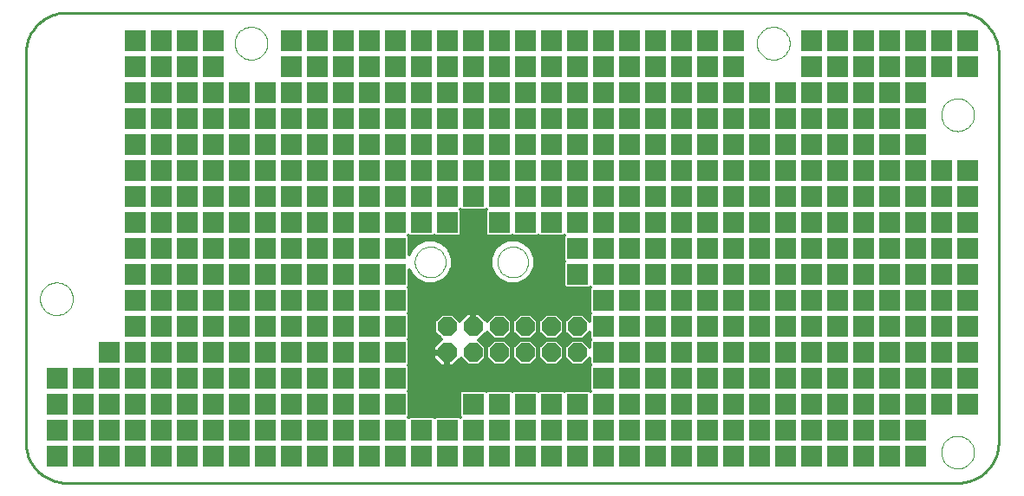
<source format=gbl>
G75*
%MOIN*%
%OFA0B0*%
%FSLAX24Y24*%
%IPPOS*%
%LPD*%
%AMOC8*
5,1,8,0,0,1.08239X$1,22.5*
%
%ADD10C,0.0100*%
%ADD11C,0.0000*%
%ADD12OC8,0.0740*%
%ADD13C,0.0120*%
%ADD14R,0.0827X0.0827*%
D10*
X002168Y020695D02*
X036420Y020695D01*
X036497Y020697D01*
X036574Y020703D01*
X036651Y020712D01*
X036727Y020725D01*
X036803Y020742D01*
X036877Y020763D01*
X036951Y020787D01*
X037023Y020815D01*
X037093Y020846D01*
X037162Y020881D01*
X037230Y020919D01*
X037295Y020960D01*
X037358Y021005D01*
X037419Y021053D01*
X037478Y021103D01*
X037534Y021156D01*
X037587Y021212D01*
X037637Y021271D01*
X037685Y021332D01*
X037730Y021395D01*
X037771Y021460D01*
X037809Y021528D01*
X037844Y021597D01*
X037875Y021667D01*
X037903Y021739D01*
X037927Y021813D01*
X037948Y021887D01*
X037965Y021963D01*
X037978Y022039D01*
X037987Y022116D01*
X037993Y022193D01*
X037995Y022270D01*
X037995Y037231D01*
X037993Y037308D01*
X037987Y037385D01*
X037978Y037462D01*
X037965Y037538D01*
X037948Y037614D01*
X037927Y037688D01*
X037903Y037762D01*
X037875Y037834D01*
X037844Y037904D01*
X037809Y037973D01*
X037771Y038041D01*
X037730Y038106D01*
X037685Y038169D01*
X037637Y038230D01*
X037587Y038289D01*
X037534Y038345D01*
X037478Y038398D01*
X037419Y038448D01*
X037358Y038496D01*
X037295Y038541D01*
X037230Y038582D01*
X037162Y038620D01*
X037093Y038655D01*
X037023Y038686D01*
X036951Y038714D01*
X036877Y038738D01*
X036803Y038759D01*
X036727Y038776D01*
X036651Y038789D01*
X036574Y038798D01*
X036497Y038804D01*
X036420Y038806D01*
X002168Y038806D01*
X002091Y038804D01*
X002014Y038798D01*
X001937Y038789D01*
X001861Y038776D01*
X001785Y038759D01*
X001711Y038738D01*
X001637Y038714D01*
X001565Y038686D01*
X001495Y038655D01*
X001426Y038620D01*
X001358Y038582D01*
X001293Y038541D01*
X001230Y038496D01*
X001169Y038448D01*
X001110Y038398D01*
X001054Y038345D01*
X001001Y038289D01*
X000951Y038230D01*
X000903Y038169D01*
X000858Y038106D01*
X000817Y038041D01*
X000779Y037973D01*
X000744Y037904D01*
X000713Y037834D01*
X000685Y037762D01*
X000661Y037688D01*
X000640Y037614D01*
X000623Y037538D01*
X000610Y037462D01*
X000601Y037385D01*
X000595Y037308D01*
X000593Y037231D01*
X000593Y022270D01*
X000595Y022193D01*
X000601Y022116D01*
X000610Y022039D01*
X000623Y021963D01*
X000640Y021887D01*
X000661Y021813D01*
X000685Y021739D01*
X000713Y021667D01*
X000744Y021597D01*
X000779Y021528D01*
X000817Y021460D01*
X000858Y021395D01*
X000903Y021332D01*
X000951Y021271D01*
X001001Y021212D01*
X001054Y021156D01*
X001110Y021103D01*
X001169Y021053D01*
X001230Y021005D01*
X001293Y020960D01*
X001358Y020919D01*
X001426Y020881D01*
X001495Y020846D01*
X001565Y020815D01*
X001637Y020787D01*
X001711Y020763D01*
X001785Y020742D01*
X001861Y020725D01*
X001937Y020712D01*
X002014Y020703D01*
X002091Y020697D01*
X002168Y020695D01*
D11*
X001144Y027782D02*
X001146Y027832D01*
X001152Y027882D01*
X001162Y027931D01*
X001176Y027979D01*
X001193Y028026D01*
X001214Y028071D01*
X001239Y028115D01*
X001267Y028156D01*
X001299Y028195D01*
X001333Y028232D01*
X001370Y028266D01*
X001410Y028296D01*
X001452Y028323D01*
X001496Y028347D01*
X001542Y028368D01*
X001589Y028384D01*
X001637Y028397D01*
X001687Y028406D01*
X001736Y028411D01*
X001787Y028412D01*
X001837Y028409D01*
X001886Y028402D01*
X001935Y028391D01*
X001983Y028376D01*
X002029Y028358D01*
X002074Y028336D01*
X002117Y028310D01*
X002158Y028281D01*
X002197Y028249D01*
X002233Y028214D01*
X002265Y028176D01*
X002295Y028136D01*
X002322Y028093D01*
X002345Y028049D01*
X002364Y028003D01*
X002380Y027955D01*
X002392Y027906D01*
X002400Y027857D01*
X002404Y027807D01*
X002404Y027757D01*
X002400Y027707D01*
X002392Y027658D01*
X002380Y027609D01*
X002364Y027561D01*
X002345Y027515D01*
X002322Y027471D01*
X002295Y027428D01*
X002265Y027388D01*
X002233Y027350D01*
X002197Y027315D01*
X002158Y027283D01*
X002117Y027254D01*
X002074Y027228D01*
X002029Y027206D01*
X001983Y027188D01*
X001935Y027173D01*
X001886Y027162D01*
X001837Y027155D01*
X001787Y027152D01*
X001736Y027153D01*
X001687Y027158D01*
X001637Y027167D01*
X001589Y027180D01*
X001542Y027196D01*
X001496Y027217D01*
X001452Y027241D01*
X001410Y027268D01*
X001370Y027298D01*
X001333Y027332D01*
X001299Y027369D01*
X001267Y027408D01*
X001239Y027449D01*
X001214Y027493D01*
X001193Y027538D01*
X001176Y027585D01*
X001162Y027633D01*
X001152Y027682D01*
X001146Y027732D01*
X001144Y027782D01*
X008624Y037624D02*
X008626Y037674D01*
X008632Y037724D01*
X008642Y037773D01*
X008656Y037821D01*
X008673Y037868D01*
X008694Y037913D01*
X008719Y037957D01*
X008747Y037998D01*
X008779Y038037D01*
X008813Y038074D01*
X008850Y038108D01*
X008890Y038138D01*
X008932Y038165D01*
X008976Y038189D01*
X009022Y038210D01*
X009069Y038226D01*
X009117Y038239D01*
X009167Y038248D01*
X009216Y038253D01*
X009267Y038254D01*
X009317Y038251D01*
X009366Y038244D01*
X009415Y038233D01*
X009463Y038218D01*
X009509Y038200D01*
X009554Y038178D01*
X009597Y038152D01*
X009638Y038123D01*
X009677Y038091D01*
X009713Y038056D01*
X009745Y038018D01*
X009775Y037978D01*
X009802Y037935D01*
X009825Y037891D01*
X009844Y037845D01*
X009860Y037797D01*
X009872Y037748D01*
X009880Y037699D01*
X009884Y037649D01*
X009884Y037599D01*
X009880Y037549D01*
X009872Y037500D01*
X009860Y037451D01*
X009844Y037403D01*
X009825Y037357D01*
X009802Y037313D01*
X009775Y037270D01*
X009745Y037230D01*
X009713Y037192D01*
X009677Y037157D01*
X009638Y037125D01*
X009597Y037096D01*
X009554Y037070D01*
X009509Y037048D01*
X009463Y037030D01*
X009415Y037015D01*
X009366Y037004D01*
X009317Y036997D01*
X009267Y036994D01*
X009216Y036995D01*
X009167Y037000D01*
X009117Y037009D01*
X009069Y037022D01*
X009022Y037038D01*
X008976Y037059D01*
X008932Y037083D01*
X008890Y037110D01*
X008850Y037140D01*
X008813Y037174D01*
X008779Y037211D01*
X008747Y037250D01*
X008719Y037291D01*
X008694Y037335D01*
X008673Y037380D01*
X008656Y037427D01*
X008642Y037475D01*
X008632Y037524D01*
X008626Y037574D01*
X008624Y037624D01*
X015553Y029199D02*
X015555Y029247D01*
X015561Y029295D01*
X015571Y029342D01*
X015584Y029388D01*
X015602Y029433D01*
X015622Y029477D01*
X015647Y029519D01*
X015675Y029558D01*
X015705Y029595D01*
X015739Y029629D01*
X015776Y029661D01*
X015814Y029690D01*
X015855Y029715D01*
X015898Y029737D01*
X015943Y029755D01*
X015989Y029769D01*
X016036Y029780D01*
X016084Y029787D01*
X016132Y029790D01*
X016180Y029789D01*
X016228Y029784D01*
X016276Y029775D01*
X016322Y029763D01*
X016367Y029746D01*
X016411Y029726D01*
X016453Y029703D01*
X016493Y029676D01*
X016531Y029646D01*
X016566Y029613D01*
X016598Y029577D01*
X016628Y029539D01*
X016654Y029498D01*
X016676Y029455D01*
X016696Y029411D01*
X016711Y029366D01*
X016723Y029319D01*
X016731Y029271D01*
X016735Y029223D01*
X016735Y029175D01*
X016731Y029127D01*
X016723Y029079D01*
X016711Y029032D01*
X016696Y028987D01*
X016676Y028943D01*
X016654Y028900D01*
X016628Y028859D01*
X016598Y028821D01*
X016566Y028785D01*
X016531Y028752D01*
X016493Y028722D01*
X016453Y028695D01*
X016411Y028672D01*
X016367Y028652D01*
X016322Y028635D01*
X016276Y028623D01*
X016228Y028614D01*
X016180Y028609D01*
X016132Y028608D01*
X016084Y028611D01*
X016036Y028618D01*
X015989Y028629D01*
X015943Y028643D01*
X015898Y028661D01*
X015855Y028683D01*
X015814Y028708D01*
X015776Y028737D01*
X015739Y028769D01*
X015705Y028803D01*
X015675Y028840D01*
X015647Y028879D01*
X015622Y028921D01*
X015602Y028965D01*
X015584Y029010D01*
X015571Y029056D01*
X015561Y029103D01*
X015555Y029151D01*
X015553Y029199D01*
X018730Y029199D02*
X018732Y029247D01*
X018738Y029295D01*
X018748Y029342D01*
X018761Y029388D01*
X018779Y029433D01*
X018799Y029477D01*
X018824Y029519D01*
X018852Y029558D01*
X018882Y029595D01*
X018916Y029629D01*
X018953Y029661D01*
X018991Y029690D01*
X019032Y029715D01*
X019075Y029737D01*
X019120Y029755D01*
X019166Y029769D01*
X019213Y029780D01*
X019261Y029787D01*
X019309Y029790D01*
X019357Y029789D01*
X019405Y029784D01*
X019453Y029775D01*
X019499Y029763D01*
X019544Y029746D01*
X019588Y029726D01*
X019630Y029703D01*
X019670Y029676D01*
X019708Y029646D01*
X019743Y029613D01*
X019775Y029577D01*
X019805Y029539D01*
X019831Y029498D01*
X019853Y029455D01*
X019873Y029411D01*
X019888Y029366D01*
X019900Y029319D01*
X019908Y029271D01*
X019912Y029223D01*
X019912Y029175D01*
X019908Y029127D01*
X019900Y029079D01*
X019888Y029032D01*
X019873Y028987D01*
X019853Y028943D01*
X019831Y028900D01*
X019805Y028859D01*
X019775Y028821D01*
X019743Y028785D01*
X019708Y028752D01*
X019670Y028722D01*
X019630Y028695D01*
X019588Y028672D01*
X019544Y028652D01*
X019499Y028635D01*
X019453Y028623D01*
X019405Y028614D01*
X019357Y028609D01*
X019309Y028608D01*
X019261Y028611D01*
X019213Y028618D01*
X019166Y028629D01*
X019120Y028643D01*
X019075Y028661D01*
X019032Y028683D01*
X018991Y028708D01*
X018953Y028737D01*
X018916Y028769D01*
X018882Y028803D01*
X018852Y028840D01*
X018824Y028879D01*
X018799Y028921D01*
X018779Y028965D01*
X018761Y029010D01*
X018748Y029056D01*
X018738Y029103D01*
X018732Y029151D01*
X018730Y029199D01*
X028703Y037624D02*
X028705Y037674D01*
X028711Y037724D01*
X028721Y037773D01*
X028735Y037821D01*
X028752Y037868D01*
X028773Y037913D01*
X028798Y037957D01*
X028826Y037998D01*
X028858Y038037D01*
X028892Y038074D01*
X028929Y038108D01*
X028969Y038138D01*
X029011Y038165D01*
X029055Y038189D01*
X029101Y038210D01*
X029148Y038226D01*
X029196Y038239D01*
X029246Y038248D01*
X029295Y038253D01*
X029346Y038254D01*
X029396Y038251D01*
X029445Y038244D01*
X029494Y038233D01*
X029542Y038218D01*
X029588Y038200D01*
X029633Y038178D01*
X029676Y038152D01*
X029717Y038123D01*
X029756Y038091D01*
X029792Y038056D01*
X029824Y038018D01*
X029854Y037978D01*
X029881Y037935D01*
X029904Y037891D01*
X029923Y037845D01*
X029939Y037797D01*
X029951Y037748D01*
X029959Y037699D01*
X029963Y037649D01*
X029963Y037599D01*
X029959Y037549D01*
X029951Y037500D01*
X029939Y037451D01*
X029923Y037403D01*
X029904Y037357D01*
X029881Y037313D01*
X029854Y037270D01*
X029824Y037230D01*
X029792Y037192D01*
X029756Y037157D01*
X029717Y037125D01*
X029676Y037096D01*
X029633Y037070D01*
X029588Y037048D01*
X029542Y037030D01*
X029494Y037015D01*
X029445Y037004D01*
X029396Y036997D01*
X029346Y036994D01*
X029295Y036995D01*
X029246Y037000D01*
X029196Y037009D01*
X029148Y037022D01*
X029101Y037038D01*
X029055Y037059D01*
X029011Y037083D01*
X028969Y037110D01*
X028929Y037140D01*
X028892Y037174D01*
X028858Y037211D01*
X028826Y037250D01*
X028798Y037291D01*
X028773Y037335D01*
X028752Y037380D01*
X028735Y037427D01*
X028721Y037475D01*
X028711Y037524D01*
X028705Y037574D01*
X028703Y037624D01*
X035790Y034869D02*
X035792Y034919D01*
X035798Y034969D01*
X035808Y035018D01*
X035822Y035066D01*
X035839Y035113D01*
X035860Y035158D01*
X035885Y035202D01*
X035913Y035243D01*
X035945Y035282D01*
X035979Y035319D01*
X036016Y035353D01*
X036056Y035383D01*
X036098Y035410D01*
X036142Y035434D01*
X036188Y035455D01*
X036235Y035471D01*
X036283Y035484D01*
X036333Y035493D01*
X036382Y035498D01*
X036433Y035499D01*
X036483Y035496D01*
X036532Y035489D01*
X036581Y035478D01*
X036629Y035463D01*
X036675Y035445D01*
X036720Y035423D01*
X036763Y035397D01*
X036804Y035368D01*
X036843Y035336D01*
X036879Y035301D01*
X036911Y035263D01*
X036941Y035223D01*
X036968Y035180D01*
X036991Y035136D01*
X037010Y035090D01*
X037026Y035042D01*
X037038Y034993D01*
X037046Y034944D01*
X037050Y034894D01*
X037050Y034844D01*
X037046Y034794D01*
X037038Y034745D01*
X037026Y034696D01*
X037010Y034648D01*
X036991Y034602D01*
X036968Y034558D01*
X036941Y034515D01*
X036911Y034475D01*
X036879Y034437D01*
X036843Y034402D01*
X036804Y034370D01*
X036763Y034341D01*
X036720Y034315D01*
X036675Y034293D01*
X036629Y034275D01*
X036581Y034260D01*
X036532Y034249D01*
X036483Y034242D01*
X036433Y034239D01*
X036382Y034240D01*
X036333Y034245D01*
X036283Y034254D01*
X036235Y034267D01*
X036188Y034283D01*
X036142Y034304D01*
X036098Y034328D01*
X036056Y034355D01*
X036016Y034385D01*
X035979Y034419D01*
X035945Y034456D01*
X035913Y034495D01*
X035885Y034536D01*
X035860Y034580D01*
X035839Y034625D01*
X035822Y034672D01*
X035808Y034720D01*
X035798Y034769D01*
X035792Y034819D01*
X035790Y034869D01*
X035790Y021876D02*
X035792Y021926D01*
X035798Y021976D01*
X035808Y022025D01*
X035822Y022073D01*
X035839Y022120D01*
X035860Y022165D01*
X035885Y022209D01*
X035913Y022250D01*
X035945Y022289D01*
X035979Y022326D01*
X036016Y022360D01*
X036056Y022390D01*
X036098Y022417D01*
X036142Y022441D01*
X036188Y022462D01*
X036235Y022478D01*
X036283Y022491D01*
X036333Y022500D01*
X036382Y022505D01*
X036433Y022506D01*
X036483Y022503D01*
X036532Y022496D01*
X036581Y022485D01*
X036629Y022470D01*
X036675Y022452D01*
X036720Y022430D01*
X036763Y022404D01*
X036804Y022375D01*
X036843Y022343D01*
X036879Y022308D01*
X036911Y022270D01*
X036941Y022230D01*
X036968Y022187D01*
X036991Y022143D01*
X037010Y022097D01*
X037026Y022049D01*
X037038Y022000D01*
X037046Y021951D01*
X037050Y021901D01*
X037050Y021851D01*
X037046Y021801D01*
X037038Y021752D01*
X037026Y021703D01*
X037010Y021655D01*
X036991Y021609D01*
X036968Y021565D01*
X036941Y021522D01*
X036911Y021482D01*
X036879Y021444D01*
X036843Y021409D01*
X036804Y021377D01*
X036763Y021348D01*
X036720Y021322D01*
X036675Y021300D01*
X036629Y021282D01*
X036581Y021267D01*
X036532Y021256D01*
X036483Y021249D01*
X036433Y021246D01*
X036382Y021247D01*
X036333Y021252D01*
X036283Y021261D01*
X036235Y021274D01*
X036188Y021290D01*
X036142Y021311D01*
X036098Y021335D01*
X036056Y021362D01*
X036016Y021392D01*
X035979Y021426D01*
X035945Y021463D01*
X035913Y021502D01*
X035885Y021543D01*
X035860Y021587D01*
X035839Y021632D01*
X035822Y021679D01*
X035808Y021727D01*
X035798Y021776D01*
X035792Y021826D01*
X035790Y021876D01*
D12*
X021794Y025707D03*
X021794Y026707D03*
X020794Y026707D03*
X020794Y025707D03*
X019794Y025707D03*
X019794Y026707D03*
X018794Y026707D03*
X018794Y025707D03*
X017794Y025707D03*
X017794Y026707D03*
X016794Y026707D03*
X016794Y025707D03*
D13*
X016754Y025723D02*
X015347Y025723D01*
X015347Y025605D02*
X016264Y025605D01*
X016264Y025667D02*
X016264Y025488D01*
X016574Y025177D01*
X016754Y025177D01*
X016754Y025667D01*
X016834Y025667D01*
X016834Y025177D01*
X017013Y025177D01*
X017322Y025486D01*
X017591Y025217D01*
X017997Y025217D01*
X018284Y025504D01*
X018284Y025910D01*
X018015Y026179D01*
X018322Y026486D01*
X018591Y026217D01*
X018997Y026217D01*
X019284Y026504D01*
X019284Y026910D01*
X018997Y027197D01*
X018591Y027197D01*
X018322Y026928D01*
X018013Y027237D01*
X017834Y027237D01*
X017834Y026747D01*
X017754Y026747D01*
X017754Y027237D01*
X017574Y027237D01*
X017266Y026928D01*
X016997Y027197D01*
X016591Y027197D01*
X016304Y026910D01*
X016304Y026504D01*
X016573Y026235D01*
X016264Y025927D01*
X016264Y025747D01*
X016754Y025747D01*
X016754Y025667D01*
X016264Y025667D01*
X016264Y025842D02*
X015347Y025842D01*
X015347Y025960D02*
X016297Y025960D01*
X016416Y026079D02*
X015347Y026079D01*
X015347Y026186D02*
X015347Y025260D01*
X015310Y025223D01*
X015347Y025186D01*
X015347Y024260D01*
X015310Y024223D01*
X015347Y024186D01*
X015347Y023260D01*
X015310Y023223D01*
X015314Y023219D01*
X015350Y023256D01*
X016277Y023256D01*
X016314Y023219D01*
X016350Y023256D01*
X017277Y023256D01*
X017314Y023219D01*
X017317Y023223D01*
X017280Y023260D01*
X017280Y024186D01*
X017350Y024256D01*
X018277Y024256D01*
X018314Y024219D01*
X018350Y024256D01*
X019277Y024256D01*
X019314Y024219D01*
X019350Y024256D01*
X020277Y024256D01*
X020314Y024219D01*
X020350Y024256D01*
X021277Y024256D01*
X021314Y024219D01*
X021350Y024256D01*
X022277Y024256D01*
X022314Y024219D01*
X022317Y024223D01*
X022280Y024260D01*
X022280Y025186D01*
X022317Y025223D01*
X022280Y025260D01*
X022280Y025501D01*
X021997Y025217D01*
X021591Y025217D01*
X021304Y025504D01*
X021304Y025910D01*
X021591Y026197D01*
X021997Y026197D01*
X022291Y026197D01*
X022280Y026186D02*
X022280Y025914D01*
X021997Y026197D01*
X021997Y026217D02*
X022280Y026501D01*
X022280Y026260D01*
X022317Y026223D01*
X022280Y026186D01*
X022280Y026079D02*
X022115Y026079D01*
X022234Y025960D02*
X022280Y025960D01*
X022280Y026316D02*
X022095Y026316D01*
X021997Y026217D02*
X021591Y026217D01*
X021304Y026504D01*
X021304Y026910D01*
X021591Y027197D01*
X021997Y027197D01*
X022280Y026914D01*
X022280Y027186D01*
X022317Y027223D01*
X022280Y027260D01*
X022280Y028186D01*
X022317Y028223D01*
X022314Y028226D01*
X022277Y028190D01*
X021350Y028190D01*
X021280Y028260D01*
X021280Y029186D01*
X021317Y029223D01*
X021280Y029260D01*
X021280Y030186D01*
X021317Y030223D01*
X021314Y030226D01*
X021313Y030226D01*
X021314Y030226D02*
X021277Y030190D01*
X020350Y030190D01*
X020314Y030226D01*
X020313Y030226D01*
X020314Y030226D02*
X020277Y030190D01*
X019350Y030190D01*
X019314Y030226D01*
X019313Y030226D01*
X019314Y030226D02*
X019277Y030190D01*
X018350Y030190D01*
X018280Y030260D01*
X018280Y031186D01*
X018317Y031223D01*
X018314Y031226D01*
X018277Y031190D01*
X017350Y031190D01*
X017314Y031226D01*
X017310Y031223D01*
X017347Y031186D01*
X017347Y030260D01*
X017277Y030190D01*
X016350Y030190D01*
X016314Y030226D01*
X016313Y030226D01*
X016314Y030226D02*
X016277Y030190D01*
X015350Y030190D01*
X015314Y030226D01*
X015313Y030226D01*
X015314Y030226D02*
X015310Y030223D01*
X015347Y030186D01*
X015347Y029497D01*
X015423Y029681D01*
X015662Y029920D01*
X015975Y030050D01*
X016313Y030050D01*
X016626Y029920D01*
X016865Y029681D01*
X016995Y029368D01*
X016995Y029030D01*
X016865Y028717D01*
X016626Y028478D01*
X016313Y028349D01*
X015975Y028349D01*
X015662Y028478D01*
X015423Y028717D01*
X015347Y028902D01*
X015347Y028260D01*
X015310Y028223D01*
X015347Y028186D01*
X015347Y027260D01*
X015310Y027223D01*
X015347Y027186D01*
X015347Y026260D01*
X015310Y026223D01*
X015347Y026186D01*
X015336Y026197D02*
X016534Y026197D01*
X016492Y026316D02*
X015347Y026316D01*
X015347Y026434D02*
X016374Y026434D01*
X016304Y026553D02*
X015347Y026553D01*
X015347Y026671D02*
X016304Y026671D01*
X016304Y026790D02*
X015347Y026790D01*
X015347Y026908D02*
X016304Y026908D01*
X016420Y027027D02*
X015347Y027027D01*
X015347Y027145D02*
X016539Y027145D01*
X017049Y027145D02*
X017482Y027145D01*
X017364Y027027D02*
X017167Y027027D01*
X017754Y027027D02*
X017834Y027027D01*
X017834Y027145D02*
X017754Y027145D01*
X017754Y026908D02*
X017834Y026908D01*
X017834Y026790D02*
X017754Y026790D01*
X018105Y027145D02*
X018539Y027145D01*
X018420Y027027D02*
X018224Y027027D01*
X018270Y026434D02*
X018374Y026434D01*
X018492Y026316D02*
X018152Y026316D01*
X018033Y026197D02*
X018591Y026197D01*
X018304Y025910D01*
X018304Y025504D01*
X018591Y025217D01*
X018997Y025217D01*
X019284Y025504D01*
X019284Y025910D01*
X018997Y026197D01*
X019591Y026197D01*
X019304Y025910D01*
X019304Y025504D01*
X019591Y025217D01*
X019997Y025217D01*
X020284Y025504D01*
X020284Y025910D01*
X019997Y026197D01*
X020591Y026197D01*
X020304Y025910D01*
X020304Y025504D01*
X020591Y025217D01*
X020997Y025217D01*
X021284Y025504D01*
X021284Y025910D01*
X020997Y026197D01*
X021591Y026197D01*
X021492Y026316D02*
X021095Y026316D01*
X020997Y026217D02*
X021284Y026504D01*
X021284Y026910D01*
X020997Y027197D01*
X020591Y027197D01*
X020304Y026910D01*
X020304Y026504D01*
X020591Y026217D01*
X020997Y026217D01*
X020997Y026197D02*
X020591Y026197D01*
X020492Y026316D02*
X020095Y026316D01*
X019997Y026217D02*
X020284Y026504D01*
X020284Y026910D01*
X019997Y027197D01*
X019591Y027197D01*
X019304Y026910D01*
X019304Y026504D01*
X019591Y026217D01*
X019997Y026217D01*
X019997Y026197D02*
X019591Y026197D01*
X019492Y026316D02*
X019095Y026316D01*
X018997Y026197D02*
X018591Y026197D01*
X018472Y026079D02*
X018115Y026079D01*
X018234Y025960D02*
X018354Y025960D01*
X018304Y025842D02*
X018284Y025842D01*
X018284Y025723D02*
X018304Y025723D01*
X018304Y025605D02*
X018284Y025605D01*
X018266Y025486D02*
X018322Y025486D01*
X018440Y025368D02*
X018147Y025368D01*
X018029Y025249D02*
X018559Y025249D01*
X019029Y025249D02*
X019559Y025249D01*
X019440Y025368D02*
X019147Y025368D01*
X019266Y025486D02*
X019322Y025486D01*
X019304Y025605D02*
X019284Y025605D01*
X019284Y025723D02*
X019304Y025723D01*
X019304Y025842D02*
X019284Y025842D01*
X019234Y025960D02*
X019354Y025960D01*
X019472Y026079D02*
X019115Y026079D01*
X019214Y026434D02*
X019374Y026434D01*
X019304Y026553D02*
X019284Y026553D01*
X019284Y026671D02*
X019304Y026671D01*
X019304Y026790D02*
X019284Y026790D01*
X019284Y026908D02*
X019304Y026908D01*
X019420Y027027D02*
X019167Y027027D01*
X019049Y027145D02*
X019539Y027145D01*
X020049Y027145D02*
X020539Y027145D01*
X020420Y027027D02*
X020167Y027027D01*
X020284Y026908D02*
X020304Y026908D01*
X020304Y026790D02*
X020284Y026790D01*
X020284Y026671D02*
X020304Y026671D01*
X020304Y026553D02*
X020284Y026553D01*
X020214Y026434D02*
X020374Y026434D01*
X020472Y026079D02*
X020115Y026079D01*
X020234Y025960D02*
X020354Y025960D01*
X020304Y025842D02*
X020284Y025842D01*
X020284Y025723D02*
X020304Y025723D01*
X020304Y025605D02*
X020284Y025605D01*
X020266Y025486D02*
X020322Y025486D01*
X020440Y025368D02*
X020147Y025368D01*
X020029Y025249D02*
X020559Y025249D01*
X021029Y025249D02*
X021559Y025249D01*
X021440Y025368D02*
X021147Y025368D01*
X021266Y025486D02*
X021322Y025486D01*
X021304Y025605D02*
X021284Y025605D01*
X021284Y025723D02*
X021304Y025723D01*
X021304Y025842D02*
X021284Y025842D01*
X021234Y025960D02*
X021354Y025960D01*
X021472Y026079D02*
X021115Y026079D01*
X021214Y026434D02*
X021374Y026434D01*
X021304Y026553D02*
X021284Y026553D01*
X021284Y026671D02*
X021304Y026671D01*
X021304Y026790D02*
X021284Y026790D01*
X021284Y026908D02*
X021304Y026908D01*
X021420Y027027D02*
X021167Y027027D01*
X021049Y027145D02*
X021539Y027145D01*
X022049Y027145D02*
X022280Y027145D01*
X022280Y027027D02*
X022167Y027027D01*
X022280Y027264D02*
X015347Y027264D01*
X015347Y027382D02*
X022280Y027382D01*
X022280Y027501D02*
X015347Y027501D01*
X015347Y027619D02*
X022280Y027619D01*
X022280Y027738D02*
X015347Y027738D01*
X015347Y027856D02*
X022280Y027856D01*
X022280Y027975D02*
X015347Y027975D01*
X015347Y028093D02*
X022280Y028093D01*
X022299Y028212D02*
X022306Y028212D01*
X021328Y028212D02*
X015321Y028212D01*
X015347Y028330D02*
X021280Y028330D01*
X021280Y028449D02*
X019732Y028449D01*
X019803Y028478D02*
X020042Y028717D01*
X020172Y029030D01*
X020172Y029368D01*
X020042Y029681D01*
X019803Y029920D01*
X019491Y030050D01*
X019152Y030050D01*
X018840Y029920D01*
X018600Y029681D01*
X018471Y029368D01*
X018471Y029030D01*
X018600Y028717D01*
X018840Y028478D01*
X019152Y028349D01*
X019491Y028349D01*
X019803Y028478D01*
X019892Y028567D02*
X021280Y028567D01*
X021280Y028686D02*
X020011Y028686D01*
X020078Y028804D02*
X021280Y028804D01*
X021280Y028923D02*
X020127Y028923D01*
X020172Y029041D02*
X021280Y029041D01*
X021280Y029160D02*
X020172Y029160D01*
X020172Y029278D02*
X021280Y029278D01*
X021280Y029397D02*
X020160Y029397D01*
X020111Y029515D02*
X021280Y029515D01*
X021280Y029634D02*
X020062Y029634D01*
X019971Y029752D02*
X021280Y029752D01*
X021280Y029871D02*
X019853Y029871D01*
X019637Y029989D02*
X021280Y029989D01*
X021280Y030108D02*
X015347Y030108D01*
X015347Y029989D02*
X015828Y029989D01*
X015613Y029871D02*
X015347Y029871D01*
X015347Y029752D02*
X015494Y029752D01*
X015404Y029634D02*
X015347Y029634D01*
X015347Y029515D02*
X015354Y029515D01*
X015347Y028804D02*
X015387Y028804D01*
X015347Y028686D02*
X015455Y028686D01*
X015347Y028567D02*
X015574Y028567D01*
X015734Y028449D02*
X015347Y028449D01*
X016554Y028449D02*
X018911Y028449D01*
X018751Y028567D02*
X016715Y028567D01*
X016833Y028686D02*
X018632Y028686D01*
X018564Y028804D02*
X016901Y028804D01*
X016950Y028923D02*
X018515Y028923D01*
X018471Y029041D02*
X016995Y029041D01*
X016995Y029160D02*
X018471Y029160D01*
X018471Y029278D02*
X016995Y029278D01*
X016983Y029397D02*
X018483Y029397D01*
X018532Y029515D02*
X016934Y029515D01*
X016885Y029634D02*
X018581Y029634D01*
X018671Y029752D02*
X016794Y029752D01*
X016676Y029871D02*
X018790Y029871D01*
X019006Y029989D02*
X016460Y029989D01*
X017313Y030226D02*
X018314Y030226D01*
X018280Y030345D02*
X017347Y030345D01*
X017347Y030463D02*
X018280Y030463D01*
X018280Y030582D02*
X017347Y030582D01*
X017347Y030700D02*
X018280Y030700D01*
X018280Y030819D02*
X017347Y030819D01*
X017347Y030937D02*
X018280Y030937D01*
X018280Y031056D02*
X017347Y031056D01*
X017347Y031174D02*
X018280Y031174D01*
X022214Y026434D02*
X022280Y026434D01*
X022266Y025486D02*
X022280Y025486D01*
X022280Y025368D02*
X022147Y025368D01*
X022029Y025249D02*
X022291Y025249D01*
X022280Y025131D02*
X015347Y025131D01*
X015336Y025249D02*
X016502Y025249D01*
X016384Y025368D02*
X015347Y025368D01*
X015347Y025486D02*
X016265Y025486D01*
X016754Y025486D02*
X016834Y025486D01*
X016834Y025368D02*
X016754Y025368D01*
X016754Y025249D02*
X016834Y025249D01*
X017085Y025249D02*
X017559Y025249D01*
X017440Y025368D02*
X017204Y025368D01*
X016834Y025605D02*
X016754Y025605D01*
X017280Y024183D02*
X015347Y024183D01*
X015347Y024301D02*
X022280Y024301D01*
X022280Y024420D02*
X015347Y024420D01*
X015347Y024538D02*
X022280Y024538D01*
X022280Y024657D02*
X015347Y024657D01*
X015347Y024775D02*
X022280Y024775D01*
X022280Y024894D02*
X015347Y024894D01*
X015347Y025012D02*
X022280Y025012D01*
X017280Y024064D02*
X015347Y024064D01*
X015347Y023946D02*
X017280Y023946D01*
X017280Y023827D02*
X015347Y023827D01*
X015347Y023709D02*
X017280Y023709D01*
X017280Y023590D02*
X015347Y023590D01*
X015347Y023472D02*
X017280Y023472D01*
X017280Y023353D02*
X015347Y023353D01*
X015329Y023235D02*
X015322Y023235D01*
X016298Y023235D02*
X016329Y023235D01*
X017298Y023235D02*
X017305Y023235D01*
D14*
X016814Y023723D03*
X016814Y022723D03*
X016814Y021723D03*
X017814Y021723D03*
X018814Y021723D03*
X018814Y022723D03*
X018814Y023723D03*
X017814Y023723D03*
X017814Y022723D03*
X019814Y022723D03*
X020814Y022723D03*
X020814Y023723D03*
X019814Y023723D03*
X019814Y021723D03*
X020814Y021723D03*
X021814Y021723D03*
X021814Y022723D03*
X021814Y023723D03*
X022814Y023723D03*
X023814Y023723D03*
X023814Y024723D03*
X023814Y025723D03*
X023814Y026723D03*
X023814Y027723D03*
X023814Y028723D03*
X023814Y029723D03*
X023814Y030723D03*
X023814Y031723D03*
X023814Y032723D03*
X023814Y033723D03*
X023814Y034723D03*
X023814Y035723D03*
X023814Y036723D03*
X023814Y037723D03*
X022814Y037723D03*
X022814Y036723D03*
X022814Y035723D03*
X022814Y034723D03*
X022814Y033723D03*
X022814Y032723D03*
X022814Y031723D03*
X022814Y030723D03*
X022814Y029723D03*
X022814Y028723D03*
X022814Y027723D03*
X022814Y026723D03*
X022814Y025723D03*
X022814Y024723D03*
X022814Y022723D03*
X023814Y022723D03*
X023814Y021723D03*
X022814Y021723D03*
X024814Y021723D03*
X025814Y021723D03*
X025814Y022723D03*
X025814Y023723D03*
X025814Y024723D03*
X025814Y025723D03*
X025814Y026723D03*
X025814Y027723D03*
X025814Y028723D03*
X025814Y029723D03*
X025814Y030723D03*
X025814Y031723D03*
X025814Y032723D03*
X025814Y033723D03*
X025814Y034723D03*
X025814Y035723D03*
X025814Y036723D03*
X025814Y037723D03*
X024814Y037723D03*
X024814Y036723D03*
X024814Y035723D03*
X024814Y034723D03*
X024814Y033723D03*
X024814Y032723D03*
X024814Y031723D03*
X024814Y030723D03*
X024814Y029723D03*
X024814Y028723D03*
X024814Y027723D03*
X024814Y026723D03*
X024814Y025723D03*
X024814Y024723D03*
X024814Y023723D03*
X024814Y022723D03*
X026814Y022723D03*
X026814Y023723D03*
X026814Y024723D03*
X026814Y025723D03*
X026814Y026723D03*
X026814Y027723D03*
X026814Y028723D03*
X026814Y029723D03*
X026814Y030723D03*
X026814Y031723D03*
X026814Y032723D03*
X026814Y033723D03*
X026814Y034723D03*
X026814Y035723D03*
X026814Y036723D03*
X026814Y037723D03*
X027814Y037723D03*
X027814Y036723D03*
X027814Y035723D03*
X028814Y035723D03*
X028814Y034723D03*
X028814Y033723D03*
X028814Y032723D03*
X028814Y031723D03*
X028814Y030723D03*
X028814Y029723D03*
X028814Y028723D03*
X028814Y027723D03*
X028814Y026723D03*
X028814Y025723D03*
X028814Y024723D03*
X028814Y023723D03*
X028814Y022723D03*
X028814Y021723D03*
X027814Y021723D03*
X027814Y022723D03*
X027814Y023723D03*
X027814Y024723D03*
X027814Y025723D03*
X027814Y026723D03*
X027814Y027723D03*
X027814Y028723D03*
X027814Y029723D03*
X027814Y030723D03*
X027814Y031723D03*
X027814Y032723D03*
X027814Y033723D03*
X027814Y034723D03*
X029814Y034723D03*
X030814Y034723D03*
X030814Y035723D03*
X030814Y036723D03*
X030814Y037723D03*
X031814Y037723D03*
X031814Y036723D03*
X031814Y035723D03*
X031814Y034723D03*
X031814Y033723D03*
X031814Y032723D03*
X031814Y031723D03*
X031814Y030723D03*
X031814Y029723D03*
X031814Y028723D03*
X031814Y027723D03*
X031814Y026723D03*
X031814Y025723D03*
X031814Y024723D03*
X031814Y023723D03*
X031814Y022723D03*
X031814Y021723D03*
X032814Y021723D03*
X033814Y021723D03*
X033814Y022723D03*
X033814Y023723D03*
X033814Y024723D03*
X033814Y025723D03*
X033814Y026723D03*
X033814Y027723D03*
X033814Y028723D03*
X033814Y029723D03*
X033814Y030723D03*
X033814Y031723D03*
X033814Y032723D03*
X033814Y033723D03*
X033814Y034723D03*
X033814Y035723D03*
X033814Y036723D03*
X033814Y037723D03*
X032814Y037723D03*
X032814Y036723D03*
X032814Y035723D03*
X032814Y034723D03*
X032814Y033723D03*
X032814Y032723D03*
X032814Y031723D03*
X032814Y030723D03*
X032814Y029723D03*
X032814Y028723D03*
X032814Y027723D03*
X032814Y026723D03*
X032814Y025723D03*
X032814Y024723D03*
X032814Y023723D03*
X032814Y022723D03*
X034814Y022723D03*
X034814Y023723D03*
X035814Y023723D03*
X035814Y024723D03*
X035814Y025723D03*
X035814Y026723D03*
X035814Y027723D03*
X035814Y028723D03*
X035814Y029723D03*
X035814Y030723D03*
X035814Y031723D03*
X035814Y032723D03*
X034814Y032723D03*
X034814Y033723D03*
X034814Y034723D03*
X034814Y035723D03*
X034814Y036723D03*
X035814Y036723D03*
X035814Y037723D03*
X034814Y037723D03*
X036814Y037723D03*
X036814Y036723D03*
X036814Y032723D03*
X036814Y031723D03*
X036814Y030723D03*
X036814Y029723D03*
X036814Y028723D03*
X036814Y027723D03*
X036814Y026723D03*
X036814Y025723D03*
X036814Y024723D03*
X036814Y023723D03*
X034814Y024723D03*
X034814Y025723D03*
X034814Y026723D03*
X034814Y027723D03*
X034814Y028723D03*
X034814Y029723D03*
X034814Y030723D03*
X034814Y031723D03*
X030814Y031723D03*
X030814Y032723D03*
X030814Y033723D03*
X029814Y033723D03*
X029814Y032723D03*
X029814Y031723D03*
X029814Y030723D03*
X030814Y030723D03*
X030814Y029723D03*
X030814Y028723D03*
X030814Y027723D03*
X030814Y026723D03*
X030814Y025723D03*
X030814Y024723D03*
X030814Y023723D03*
X030814Y022723D03*
X030814Y021723D03*
X029814Y021723D03*
X029814Y022723D03*
X029814Y023723D03*
X029814Y024723D03*
X029814Y025723D03*
X029814Y026723D03*
X029814Y027723D03*
X029814Y028723D03*
X029814Y029723D03*
X029814Y035723D03*
X021814Y035723D03*
X021814Y036723D03*
X021814Y037723D03*
X020814Y037723D03*
X020814Y036723D03*
X020814Y035723D03*
X020814Y034723D03*
X020814Y033723D03*
X020814Y032723D03*
X020814Y031723D03*
X020814Y030723D03*
X019814Y030723D03*
X019814Y031723D03*
X019814Y032723D03*
X019814Y033723D03*
X019814Y034723D03*
X019814Y035723D03*
X019814Y036723D03*
X019814Y037723D03*
X018814Y037723D03*
X018814Y036723D03*
X018814Y035723D03*
X018814Y034723D03*
X018814Y033723D03*
X018814Y032723D03*
X018814Y031723D03*
X018814Y030723D03*
X017814Y030723D03*
X017814Y031723D03*
X017814Y032723D03*
X017814Y033723D03*
X017814Y034723D03*
X017814Y035723D03*
X017814Y036723D03*
X017814Y037723D03*
X016814Y037723D03*
X016814Y036723D03*
X016814Y035723D03*
X016814Y034723D03*
X016814Y033723D03*
X016814Y032723D03*
X016814Y031723D03*
X016814Y030723D03*
X015814Y030723D03*
X015814Y031723D03*
X015814Y032723D03*
X015814Y033723D03*
X015814Y034723D03*
X015814Y035723D03*
X015814Y036723D03*
X015814Y037723D03*
X014814Y037723D03*
X014814Y036723D03*
X014814Y035723D03*
X014814Y034723D03*
X014814Y033723D03*
X014814Y032723D03*
X014814Y031723D03*
X014814Y030723D03*
X014814Y029723D03*
X014814Y028723D03*
X014814Y027723D03*
X014814Y026723D03*
X014814Y025723D03*
X014814Y024723D03*
X014814Y023723D03*
X015814Y023723D03*
X015814Y022723D03*
X015814Y021723D03*
X014814Y021723D03*
X014814Y022723D03*
X013814Y022723D03*
X013814Y023723D03*
X013814Y024723D03*
X013814Y025723D03*
X013814Y026723D03*
X013814Y027723D03*
X013814Y028723D03*
X013814Y029723D03*
X013814Y030723D03*
X013814Y031723D03*
X013814Y032723D03*
X013814Y033723D03*
X013814Y034723D03*
X013814Y035723D03*
X013814Y036723D03*
X013814Y037723D03*
X012814Y037723D03*
X012814Y036723D03*
X012814Y035723D03*
X012814Y034723D03*
X012814Y033723D03*
X012814Y032723D03*
X012814Y031723D03*
X012814Y030723D03*
X012814Y029723D03*
X012814Y028723D03*
X012814Y027723D03*
X012814Y026723D03*
X012814Y025723D03*
X012814Y024723D03*
X012814Y023723D03*
X012814Y022723D03*
X012814Y021723D03*
X013814Y021723D03*
X011814Y021723D03*
X011814Y022723D03*
X011814Y023723D03*
X011814Y024723D03*
X011814Y025723D03*
X011814Y026723D03*
X011814Y027723D03*
X011814Y028723D03*
X011814Y029723D03*
X011814Y030723D03*
X011814Y031723D03*
X011814Y032723D03*
X011814Y033723D03*
X011814Y034723D03*
X011814Y035723D03*
X011814Y036723D03*
X011814Y037723D03*
X010814Y037723D03*
X010814Y036723D03*
X010814Y035723D03*
X010814Y034723D03*
X010814Y033723D03*
X010814Y032723D03*
X010814Y031723D03*
X010814Y030723D03*
X010814Y029723D03*
X010814Y028723D03*
X010814Y027723D03*
X010814Y026723D03*
X010814Y025723D03*
X010814Y024723D03*
X010814Y023723D03*
X010814Y022723D03*
X010814Y021723D03*
X009814Y021723D03*
X009814Y022723D03*
X009814Y023723D03*
X009814Y024723D03*
X009814Y025723D03*
X009814Y026723D03*
X009814Y027723D03*
X009814Y028723D03*
X009814Y029723D03*
X009814Y030723D03*
X009814Y031723D03*
X009814Y032723D03*
X009814Y033723D03*
X009814Y034723D03*
X009814Y035723D03*
X008814Y035723D03*
X008814Y034723D03*
X008814Y033723D03*
X008814Y032723D03*
X008814Y031723D03*
X008814Y030723D03*
X008814Y029723D03*
X008814Y028723D03*
X008814Y027723D03*
X008814Y026723D03*
X008814Y025723D03*
X008814Y024723D03*
X008814Y023723D03*
X008814Y022723D03*
X008814Y021723D03*
X007814Y021723D03*
X007814Y022723D03*
X007814Y023723D03*
X007814Y024723D03*
X007814Y025723D03*
X007814Y026723D03*
X007814Y027723D03*
X007814Y028723D03*
X007814Y029723D03*
X007814Y030723D03*
X007814Y031723D03*
X007814Y032723D03*
X007814Y033723D03*
X007814Y034723D03*
X007814Y035723D03*
X007814Y036723D03*
X007814Y037723D03*
X006814Y037723D03*
X006814Y036723D03*
X006814Y035723D03*
X006814Y034723D03*
X006814Y033723D03*
X006814Y032723D03*
X006814Y031723D03*
X006814Y030723D03*
X006814Y029723D03*
X006814Y028723D03*
X006814Y027723D03*
X006814Y026723D03*
X006814Y025723D03*
X006814Y024723D03*
X006814Y023723D03*
X006814Y022723D03*
X006814Y021723D03*
X005814Y021723D03*
X005814Y022723D03*
X005814Y023723D03*
X005814Y024723D03*
X005814Y025723D03*
X005814Y026723D03*
X005814Y027723D03*
X005814Y028723D03*
X005814Y029723D03*
X005814Y030723D03*
X005814Y031723D03*
X005814Y032723D03*
X005814Y033723D03*
X005814Y034723D03*
X005814Y035723D03*
X005814Y036723D03*
X005814Y037723D03*
X004814Y037723D03*
X004814Y036723D03*
X004814Y035723D03*
X004814Y034723D03*
X004814Y033723D03*
X004814Y032723D03*
X004814Y031723D03*
X004814Y030723D03*
X004814Y029723D03*
X004814Y028723D03*
X004814Y027723D03*
X004814Y026723D03*
X004814Y025723D03*
X004814Y024723D03*
X004814Y023723D03*
X004814Y022723D03*
X004814Y021723D03*
X003814Y021723D03*
X003814Y022723D03*
X003814Y023723D03*
X003814Y024723D03*
X003814Y025723D03*
X002814Y024723D03*
X002814Y023723D03*
X002814Y022723D03*
X002814Y021723D03*
X001814Y021723D03*
X001814Y022723D03*
X001814Y023723D03*
X001814Y024723D03*
X021814Y028723D03*
X021814Y029723D03*
X021814Y030723D03*
X021814Y031723D03*
X021814Y032723D03*
X021814Y033723D03*
X021814Y034723D03*
X026814Y021723D03*
X034814Y021723D03*
M02*

</source>
